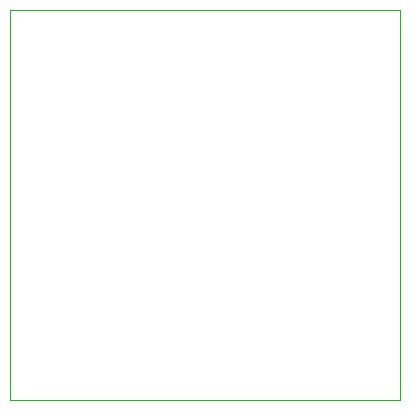
<source format=gbr>
%TF.GenerationSoftware,KiCad,Pcbnew,7.0.1-0*%
%TF.CreationDate,2023-04-05T17:24:46+02:00*%
%TF.ProjectId,_autosave-wind_down_timer,5f617574-6f73-4617-9665-2d77696e645f,rev?*%
%TF.SameCoordinates,Original*%
%TF.FileFunction,Profile,NP*%
%FSLAX46Y46*%
G04 Gerber Fmt 4.6, Leading zero omitted, Abs format (unit mm)*
G04 Created by KiCad (PCBNEW 7.0.1-0) date 2023-04-05 17:24:46*
%MOMM*%
%LPD*%
G01*
G04 APERTURE LIST*
%TA.AperFunction,Profile*%
%ADD10C,0.050000*%
%TD*%
G04 APERTURE END LIST*
D10*
X93980000Y-76200000D02*
X127000000Y-76200000D01*
X127000000Y-109220000D01*
X93980000Y-109220000D01*
X93980000Y-76200000D01*
M02*

</source>
